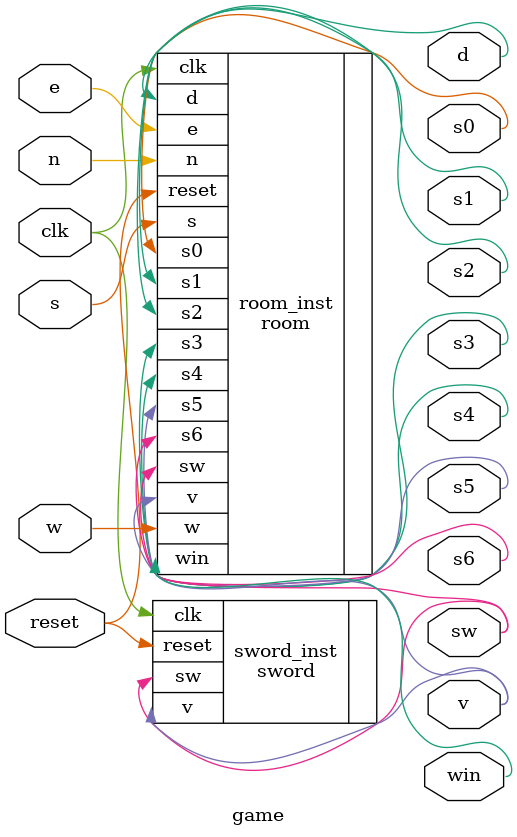
<source format=sv>

module game (input logic clk, n, s, e, w, reset, 
					output logic s6, win, s5, d, sw, s4, s3, s2, s1, s0, v); 
					
					
room room_inst (
	.clk(clk),
	.n(n),
	.s(s),
	.e(e),
	.w(w),
	.v(v),
	.reset(reset),
	.s6(s6),
	.win(win),
	.s5(s5),
	.d(d),
	.s4(s4),
	.s3(s3),
	.sw(sw),
	.s2(s2),
	.s1(s1),
	.s0(s0)
);

sword sword_inst (
	.sw(sw), 
	.reset(reset),
	.clk(clk),
	.v(v)
); 
 
endmodule
</source>
